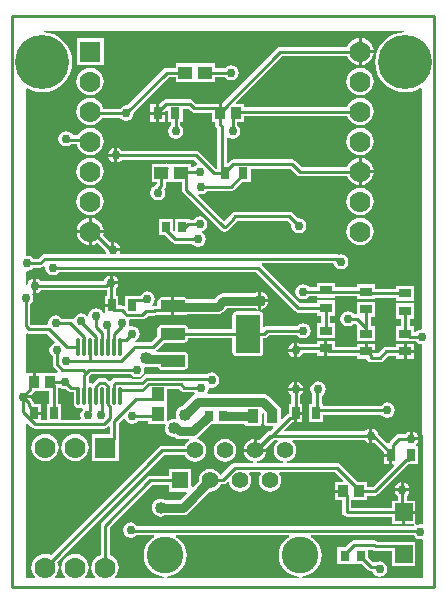
<source format=gtl>
G04*
G04 #@! TF.GenerationSoftware,Altium Limited,Altium Designer,19.1.8 (144)*
G04*
G04 Layer_Physical_Order=1*
G04 Layer_Color=255*
%FSLAX24Y24*%
%MOIN*%
G70*
G01*
G75*
%ADD11C,0.0100*%
%ADD26R,0.0374X0.0276*%
%ADD37R,0.0453X0.0413*%
%ADD38R,0.0256X0.0413*%
%ADD39O,0.0118X0.0650*%
%ADD40R,0.0315X0.0374*%
%ADD41R,0.0276X0.0335*%
%ADD42R,0.0276X0.0354*%
%ADD43R,0.0354X0.0394*%
%ADD44R,0.0413X0.0453*%
G04:AMPARAMS|DCode=45|XSize=128mil|YSize=80.7mil|CornerRadius=2mil|HoleSize=0mil|Usage=FLASHONLY|Rotation=90.000|XOffset=0mil|YOffset=0mil|HoleType=Round|Shape=RoundedRectangle|*
%AMROUNDEDRECTD45*
21,1,0.1280,0.0767,0,0,90.0*
21,1,0.1239,0.0807,0,0,90.0*
1,1,0.0040,0.0383,0.0620*
1,1,0.0040,0.0383,-0.0620*
1,1,0.0040,-0.0383,-0.0620*
1,1,0.0040,-0.0383,0.0620*
%
%ADD45ROUNDEDRECTD45*%
G04:AMPARAMS|DCode=46|XSize=39.4mil|YSize=80.7mil|CornerRadius=2mil|HoleSize=0mil|Usage=FLASHONLY|Rotation=90.000|XOffset=0mil|YOffset=0mil|HoleType=Round|Shape=RoundedRectangle|*
%AMROUNDEDRECTD46*
21,1,0.0394,0.0768,0,0,90.0*
21,1,0.0354,0.0807,0,0,90.0*
1,1,0.0039,0.0384,0.0177*
1,1,0.0039,0.0384,-0.0177*
1,1,0.0039,-0.0384,-0.0177*
1,1,0.0039,-0.0384,0.0177*
%
%ADD46ROUNDEDRECTD46*%
%ADD47R,0.0591X0.0591*%
%ADD48R,0.0394X0.0315*%
%ADD49R,0.0315X0.0394*%
%ADD50C,0.0300*%
%ADD51R,0.0374X0.0472*%
%ADD52C,0.1220*%
%ADD53C,0.0551*%
%ADD54R,0.0551X0.0551*%
%ADD55R,0.0700X0.0700*%
%ADD56C,0.0700*%
%ADD57C,0.1800*%
%ADD58R,0.0700X0.0700*%
%ADD59C,0.0300*%
%ADD60C,0.0400*%
G36*
X23051Y28500D02*
X22904Y28486D01*
X22715Y28428D01*
X22542Y28335D01*
X22389Y28211D01*
X22265Y28058D01*
X22172Y27885D01*
X22114Y27696D01*
X22095Y27500D01*
X22114Y27304D01*
X22172Y27115D01*
X22265Y26942D01*
X22389Y26789D01*
X22542Y26665D01*
X22715Y26572D01*
X22904Y26514D01*
X23100Y26495D01*
X23296Y26514D01*
X23485Y26572D01*
X23612Y26640D01*
X23655Y26614D01*
X23677Y18627D01*
X23650Y18605D01*
X23552Y18585D01*
X23470Y18530D01*
X23452Y18503D01*
X23397D01*
Y18703D01*
X23253D01*
Y18947D01*
X23397D01*
Y19462D01*
X22803D01*
Y18947D01*
X22947D01*
Y18703D01*
X22803D01*
Y18188D01*
X23397D01*
Y18197D01*
X23452D01*
X23470Y18170D01*
X23552Y18115D01*
X23650Y18095D01*
X23679Y18072D01*
X23695Y12125D01*
X23656Y12094D01*
X23600Y12105D01*
X23502Y12085D01*
X23488Y12076D01*
X23445Y12107D01*
Y12439D01*
X23100D01*
Y12094D01*
X23383D01*
X23407Y12044D01*
X23393Y12028D01*
X14165D01*
X14130Y12080D01*
X14048Y12135D01*
X13950Y12155D01*
X13852Y12135D01*
X13770Y12080D01*
X13714Y11998D01*
X13695Y11900D01*
X13714Y11802D01*
X13770Y11720D01*
X13852Y11665D01*
X13950Y11645D01*
X14048Y11665D01*
X14130Y11720D01*
X14132Y11722D01*
X14728D01*
X14740Y11672D01*
X14704Y11652D01*
X14595Y11564D01*
X14507Y11456D01*
X14441Y11332D01*
X14400Y11198D01*
X14386Y11059D01*
X14400Y10920D01*
X14441Y10786D01*
X14507Y10663D01*
X14595Y10554D01*
X14704Y10466D01*
X14827Y10400D01*
X14961Y10359D01*
X15053Y10350D01*
X15051Y10300D01*
X13462D01*
X13437Y10350D01*
X13493Y10423D01*
X13538Y10533D01*
X13554Y10650D01*
X13538Y10767D01*
X13493Y10877D01*
X13421Y10971D01*
X13327Y11043D01*
X13253Y11074D01*
Y11987D01*
X14672Y13406D01*
X15224D01*
Y13183D01*
X15799D01*
X15818Y13137D01*
X15585Y12905D01*
X15111D01*
X15101Y12912D01*
X15028Y12942D01*
X14950Y12953D01*
X14872Y12942D01*
X14799Y12912D01*
X14736Y12864D01*
X14688Y12801D01*
X14658Y12728D01*
X14647Y12650D01*
X14658Y12572D01*
X14688Y12499D01*
X14736Y12436D01*
X14799Y12388D01*
X14872Y12358D01*
X14950Y12347D01*
X15028Y12358D01*
X15101Y12388D01*
X15111Y12395D01*
X15691D01*
X15788Y12414D01*
X15871Y12470D01*
X16584Y13182D01*
X16600Y13180D01*
X16698Y13193D01*
X16789Y13231D01*
X16868Y13291D01*
X16928Y13370D01*
X16955Y13434D01*
X17026D01*
X17084Y13445D01*
X17134Y13478D01*
X17176Y13520D01*
X17229Y13503D01*
X17234Y13461D01*
X17272Y13370D01*
X17332Y13291D01*
X17411Y13231D01*
X17502Y13193D01*
X17600Y13180D01*
X17698Y13193D01*
X17789Y13231D01*
X17868Y13291D01*
X17928Y13370D01*
X17966Y13461D01*
X17979Y13559D01*
X17966Y13657D01*
X17928Y13748D01*
X17903Y13782D01*
X17927Y13832D01*
X18273D01*
X18297Y13782D01*
X18272Y13748D01*
X18234Y13657D01*
X18221Y13559D01*
X18234Y13461D01*
X18272Y13370D01*
X18332Y13291D01*
X18411Y13231D01*
X18502Y13193D01*
X18600Y13180D01*
X18698Y13193D01*
X18789Y13231D01*
X18868Y13291D01*
X18928Y13370D01*
X18966Y13461D01*
X18979Y13559D01*
X18966Y13657D01*
X18928Y13748D01*
X18903Y13782D01*
X18927Y13832D01*
X20757D01*
X21046Y13543D01*
X21027Y13497D01*
X20757D01*
Y13250D01*
X21034D01*
Y13150D01*
X20757D01*
Y12903D01*
X20997D01*
Y12500D01*
X21009Y12441D01*
X21042Y12392D01*
X21091Y12359D01*
X21150Y12347D01*
X22655D01*
Y12094D01*
X23000D01*
Y12489D01*
X23050D01*
Y12539D01*
X23445D01*
Y12884D01*
X23153D01*
Y13052D01*
X23180Y13070D01*
X23235Y13152D01*
X23245Y13200D01*
X22755D01*
X22764Y13152D01*
X22820Y13070D01*
X22847Y13052D01*
Y12884D01*
X22655D01*
Y12653D01*
X21303D01*
Y12903D01*
X21843D01*
Y13047D01*
X22085D01*
X22143Y13059D01*
X22193Y13092D01*
X23191Y14090D01*
X23207D01*
X23221Y14093D01*
X23513D01*
Y14707D01*
X23476D01*
X23461Y14757D01*
X23480Y14770D01*
X23535Y14852D01*
X23545Y14900D01*
X23300D01*
Y14950D01*
X23250D01*
Y15195D01*
X23202Y15186D01*
X23120Y15130D01*
X23102Y15103D01*
X22900D01*
X22841Y15091D01*
X22792Y15058D01*
X22585Y14851D01*
X22563Y14818D01*
X22506Y14805D01*
X22191Y15119D01*
X22185Y15148D01*
X22130Y15230D01*
X22048Y15286D01*
X22000Y15295D01*
Y15050D01*
Y14805D01*
X22048Y14814D01*
X22057Y14821D01*
X22387Y14490D01*
Y14450D01*
X22615D01*
Y14400D01*
X22665D01*
Y14093D01*
X22696D01*
X22715Y14047D01*
X22021Y13353D01*
X21843D01*
Y13497D01*
X21525D01*
X20929Y14093D01*
X20879Y14126D01*
X20820Y14138D01*
X19159D01*
X19156Y14188D01*
X19198Y14193D01*
X19289Y14231D01*
X19368Y14291D01*
X19428Y14370D01*
X19466Y14461D01*
X19479Y14559D01*
X19466Y14657D01*
X19428Y14748D01*
X19368Y14827D01*
X19342Y14847D01*
X19359Y14897D01*
X21752D01*
X21770Y14870D01*
X21852Y14814D01*
X21900Y14805D01*
Y15050D01*
Y15295D01*
X21852Y15286D01*
X21770Y15230D01*
X21752Y15203D01*
X19095D01*
X19076Y15249D01*
X19317Y15490D01*
X19372D01*
X19387Y15493D01*
X19400D01*
Y15800D01*
X19450D01*
Y15850D01*
X19678D01*
Y16107D01*
X19603D01*
Y16402D01*
X19630Y16420D01*
X19685Y16502D01*
X19695Y16550D01*
X19205D01*
X19215Y16502D01*
X19270Y16420D01*
X19297Y16402D01*
Y16107D01*
X19222D01*
Y15790D01*
X19195Y15785D01*
X19145Y15751D01*
X19010Y15616D01*
X18964Y15635D01*
Y15936D01*
X18956Y15975D01*
X18934Y16008D01*
X18901Y16030D01*
X18867Y16037D01*
X18855Y16055D01*
X18544Y16366D01*
X18461Y16422D01*
X18364Y16441D01*
X16521D01*
X16495Y16491D01*
X16536Y16552D01*
X16549Y16618D01*
X16555Y16650D01*
X16603Y16654D01*
X16650Y16645D01*
X16748Y16665D01*
X16830Y16720D01*
X16885Y16802D01*
X16905Y16900D01*
X16885Y16998D01*
X16830Y17080D01*
X16748Y17135D01*
X16650Y17155D01*
X16552Y17135D01*
X16486Y17091D01*
X16483D01*
X16483Y17091D01*
X16424Y17103D01*
X14501D01*
X14442Y17091D01*
X14392Y17058D01*
X14277Y16943D01*
X14006D01*
X13982Y16959D01*
X13924Y16971D01*
X13454D01*
X13396Y16959D01*
X13346Y16926D01*
X13288Y16868D01*
X13239Y16864D01*
X13177Y16926D01*
X13127Y16959D01*
X13068Y16971D01*
X12928D01*
X12870Y16959D01*
X12820Y16926D01*
X12697Y16803D01*
X12686Y16786D01*
X12667Y16799D01*
X12605Y16811D01*
X12599Y16810D01*
X12561Y16842D01*
Y17019D01*
X12639Y17097D01*
X13952D01*
X13970Y17070D01*
X14052Y17014D01*
X14150Y16995D01*
X14248Y17014D01*
X14330Y17070D01*
X14385Y17152D01*
X14405Y17250D01*
X14394Y17304D01*
X14436Y17349D01*
X14450Y17347D01*
X14485Y17352D01*
X14563Y17336D01*
X14850D01*
X14853Y17321D01*
X14880Y17281D01*
X14919Y17255D01*
X14966Y17245D01*
X15734D01*
X15781Y17255D01*
X15820Y17281D01*
X15847Y17321D01*
X15856Y17367D01*
Y17722D01*
X15847Y17768D01*
X15820Y17808D01*
X15781Y17834D01*
X15734Y17844D01*
X15316D01*
X15303Y17846D01*
X14815D01*
X14800Y17896D01*
X14818Y17908D01*
X15060Y18151D01*
X15734D01*
X15781Y18160D01*
X15820Y18187D01*
X15847Y18226D01*
X15856Y18273D01*
Y18297D01*
X17344D01*
Y17830D01*
X17353Y17784D01*
X17380Y17744D01*
X17420Y17717D01*
X17467Y17708D01*
X18233D01*
X18280Y17717D01*
X18320Y17744D01*
X18347Y17784D01*
X18356Y17830D01*
Y18297D01*
X18404D01*
X18462Y18309D01*
X18512Y18342D01*
X18567Y18397D01*
X19502D01*
X19520Y18370D01*
X19602Y18314D01*
X19700Y18295D01*
X19798Y18314D01*
X19880Y18370D01*
X19935Y18452D01*
X19955Y18550D01*
X19935Y18648D01*
X19880Y18730D01*
X19798Y18786D01*
X19700Y18805D01*
X19602Y18786D01*
X19520Y18730D01*
X19502Y18703D01*
X18504D01*
X18445Y18691D01*
X18406Y18665D01*
X18356Y18682D01*
Y19070D01*
X18347Y19116D01*
X18320Y19156D01*
X18280Y19183D01*
X18233Y19192D01*
X17467D01*
X17420Y19183D01*
X17380Y19156D01*
X17353Y19116D01*
X17344Y19070D01*
Y18603D01*
X15856D01*
Y18627D01*
X15847Y18674D01*
X15820Y18713D01*
X15781Y18740D01*
X15734Y18749D01*
X14966D01*
X14919Y18740D01*
X14880Y18713D01*
X14853Y18674D01*
X14844Y18627D01*
Y18367D01*
X14647Y18170D01*
X14113D01*
X14107Y18188D01*
X14105Y18220D01*
X14180Y18270D01*
X14236Y18352D01*
X14255Y18450D01*
X14236Y18548D01*
X14180Y18630D01*
X14098Y18685D01*
X14000Y18705D01*
X13934Y18692D01*
X13892Y18734D01*
X13905Y18800D01*
X13889Y18880D01*
X13919Y18930D01*
X14341D01*
X14400Y18942D01*
X14449Y18975D01*
X14521Y19047D01*
X14723D01*
X14781Y19059D01*
X14806Y19075D01*
X14905D01*
X14919Y19066D01*
X14966Y19056D01*
X15300D01*
Y19356D01*
Y19655D01*
X14966D01*
X14919Y19645D01*
X14880Y19619D01*
X14853Y19579D01*
X14844Y19533D01*
Y19381D01*
X14751D01*
X14693Y19370D01*
X14669Y19412D01*
X14680Y19420D01*
X14735Y19502D01*
X14755Y19600D01*
X14735Y19698D01*
X14680Y19780D01*
X14598Y19835D01*
X14500Y19855D01*
X14402Y19835D01*
X14320Y19780D01*
X14273Y19710D01*
X14063D01*
X14048Y19707D01*
X13757D01*
Y19411D01*
X13715Y19385D01*
X13707Y19385D01*
X13651Y19396D01*
X13543D01*
Y19707D01*
X13461D01*
Y19957D01*
X13480Y19970D01*
X13535Y20052D01*
X13545Y20100D01*
X13300D01*
Y20150D01*
X13250D01*
Y20395D01*
X13202Y20385D01*
X13120Y20330D01*
X13065Y20248D01*
X13056Y20203D01*
X10948D01*
X10930Y20230D01*
X10848Y20285D01*
X10800Y20295D01*
Y20050D01*
Y19805D01*
X10848Y19814D01*
X10930Y19870D01*
X10948Y19897D01*
X13146D01*
X13155Y19890D01*
Y19707D01*
X13087D01*
Y19450D01*
X13315D01*
Y19350D01*
X13087D01*
Y19143D01*
X13037Y19138D01*
X13036Y19148D01*
X12980Y19230D01*
X12898Y19286D01*
X12800Y19305D01*
X12702Y19286D01*
X12620Y19230D01*
X12565Y19148D01*
X12545Y19050D01*
X12547Y19040D01*
X12500Y19021D01*
X12480Y19050D01*
X12398Y19105D01*
X12300Y19125D01*
X12202Y19105D01*
X12120Y19050D01*
X12064Y18967D01*
X12062Y18954D01*
X12006Y18931D01*
X11991Y18941D01*
X11933Y18953D01*
X11648D01*
X11630Y18980D01*
X11548Y19036D01*
X11450Y19055D01*
X11352Y19036D01*
X11270Y18980D01*
X11214Y18898D01*
X11195Y18800D01*
X11197Y18792D01*
X11165Y18753D01*
X10613D01*
X10603Y18763D01*
Y19452D01*
X10630Y19470D01*
X10685Y19552D01*
X10705Y19650D01*
X10685Y19748D01*
X10678Y19758D01*
X10700Y19791D01*
Y20050D01*
Y20295D01*
X10652Y20285D01*
X10570Y20230D01*
X10515Y20148D01*
X10500Y20075D01*
X10450Y20080D01*
Y20516D01*
X10489Y20547D01*
X10500Y20545D01*
X10598Y20564D01*
X10680Y20620D01*
X10698Y20647D01*
X10939D01*
X10998Y20659D01*
X11047Y20692D01*
X11054Y20698D01*
X11100Y20674D01*
X11095Y20650D01*
X11114Y20552D01*
X11170Y20470D01*
X11252Y20415D01*
X11350Y20395D01*
X11448Y20415D01*
X11530Y20470D01*
X11548Y20497D01*
X18137D01*
X19437Y19197D01*
X19487Y19163D01*
X19545Y19152D01*
X20153D01*
Y19047D01*
X20297D01*
Y18803D01*
X20153D01*
Y18288D01*
X20747D01*
Y18803D01*
X20603D01*
Y19047D01*
X20747D01*
Y19562D01*
X20153D01*
Y19458D01*
X19609D01*
X18319Y20747D01*
X18333Y20791D01*
X18338Y20797D01*
X20706D01*
X20714Y20752D01*
X20770Y20670D01*
X20852Y20615D01*
X20950Y20595D01*
X21048Y20615D01*
X21130Y20670D01*
X21186Y20752D01*
X21205Y20850D01*
X21186Y20948D01*
X21130Y21030D01*
X21048Y21086D01*
X20950Y21105D01*
X20861Y21087D01*
X20854Y21091D01*
X20796Y21103D01*
X13605D01*
X13582Y21147D01*
X13585Y21152D01*
X13595Y21200D01*
X13350D01*
Y21250D01*
X13300D01*
Y21495D01*
X13273Y21490D01*
X13036Y21726D01*
X13038Y21733D01*
X13047Y21800D01*
X12650D01*
Y21403D01*
X12717Y21412D01*
X12827Y21457D01*
X12853Y21477D01*
X13099Y21231D01*
X13115Y21152D01*
X13118Y21147D01*
X13095Y21103D01*
X11089D01*
X11031Y21091D01*
X10981Y21058D01*
X10876Y20953D01*
X10698D01*
X10680Y20980D01*
X10598Y21035D01*
X10500Y21055D01*
X10489Y21053D01*
X10450Y21084D01*
Y26611D01*
X10493Y26637D01*
X10615Y26572D01*
X10804Y26514D01*
X11000Y26495D01*
X11196Y26514D01*
X11385Y26572D01*
X11558Y26665D01*
X11711Y26789D01*
X11835Y26942D01*
X11928Y27115D01*
X11986Y27304D01*
X12005Y27500D01*
X11986Y27696D01*
X11928Y27885D01*
X11835Y28058D01*
X11711Y28211D01*
X11558Y28335D01*
X11385Y28428D01*
X11196Y28486D01*
X11049Y28500D01*
X11052Y28550D01*
X23048D01*
X23051Y28500D01*
D02*
G37*
G36*
X10550Y18447D02*
X11161D01*
X11423Y18185D01*
X11409Y18137D01*
X11402Y18135D01*
X11320Y18080D01*
X11264Y17998D01*
X11245Y17900D01*
X11264Y17802D01*
X11320Y17720D01*
X11347Y17702D01*
Y17426D01*
X11359Y17367D01*
X11392Y17318D01*
X11513Y17197D01*
X11492Y17147D01*
X10784D01*
Y16850D01*
X10684D01*
Y17147D01*
X10457D01*
X10450Y17194D01*
Y18431D01*
X10500Y18457D01*
X10550Y18447D01*
D02*
G37*
G36*
X15638Y16542D02*
X15687Y16509D01*
X15746Y16497D01*
X16072D01*
X16091Y16473D01*
X16090Y16458D01*
X16078Y16415D01*
X16006Y16366D01*
X15683Y16044D01*
X15672Y16042D01*
X15599Y16012D01*
X15536Y15964D01*
X15488Y15901D01*
X15458Y15828D01*
X15447Y15750D01*
X15458Y15672D01*
X15469Y15644D01*
X15434Y15598D01*
X15400Y15603D01*
X15322Y15592D01*
X15249Y15562D01*
X15207Y15530D01*
X15157Y15554D01*
Y16092D01*
X15157Y16092D01*
Y16108D01*
X15157D01*
X15157Y16142D01*
Y16618D01*
X15562D01*
X15638Y16542D01*
D02*
G37*
G36*
X11652Y16615D02*
X11750Y16595D01*
X11806Y16606D01*
X11868Y16544D01*
X11918Y16511D01*
X11976Y16499D01*
X12049D01*
Y16117D01*
X12061Y16055D01*
X12096Y16003D01*
X12149Y15968D01*
X12211Y15955D01*
X12273Y15968D01*
X12303Y15988D01*
X12346Y15964D01*
X12355Y15915D01*
X12354Y15914D01*
X12298Y15831D01*
X12279Y15734D01*
X12298Y15636D01*
X12302Y15631D01*
X12278Y15587D01*
X11628D01*
Y16107D01*
X11546D01*
Y16626D01*
X11596Y16652D01*
X11652Y16615D01*
D02*
G37*
G36*
X11240Y16107D02*
X11172D01*
Y15587D01*
X10959D01*
Y15750D01*
X10731D01*
Y15850D01*
X10959D01*
Y16107D01*
X10719D01*
X10715Y16111D01*
Y16138D01*
X10703Y16196D01*
X10670Y16246D01*
X10616Y16300D01*
X10350D01*
Y16400D01*
X10616D01*
X10715Y16499D01*
X10748Y16549D01*
X10749Y16553D01*
X11240D01*
Y16107D01*
D02*
G37*
G36*
X18386Y15789D02*
Y15464D01*
X18394Y15425D01*
X18416Y15392D01*
X18449Y15370D01*
X18488Y15362D01*
X18690D01*
X18709Y15316D01*
X18597Y15203D01*
X18591D01*
X18532Y15191D01*
X18483Y15158D01*
X18235Y14910D01*
X18198Y14925D01*
X18150Y14931D01*
Y14609D01*
X18472D01*
X18468Y14642D01*
X18724Y14897D01*
X18841D01*
X18858Y14847D01*
X18832Y14827D01*
X18772Y14748D01*
X18734Y14657D01*
X18721Y14559D01*
X18734Y14461D01*
X18772Y14370D01*
X18832Y14291D01*
X18911Y14231D01*
X19002Y14193D01*
X19044Y14188D01*
X19041Y14138D01*
X18159D01*
X18156Y14188D01*
X18198Y14193D01*
X18289Y14231D01*
X18368Y14291D01*
X18428Y14370D01*
X18466Y14461D01*
X18472Y14509D01*
X17728D01*
X17734Y14461D01*
X17772Y14370D01*
X17832Y14291D01*
X17911Y14231D01*
X18002Y14193D01*
X18044Y14188D01*
X18041Y14138D01*
X17424D01*
X17365Y14126D01*
X17316Y14093D01*
X16978Y13755D01*
X16964Y13753D01*
X16920Y13759D01*
X16868Y13827D01*
X16789Y13887D01*
X16698Y13925D01*
X16600Y13938D01*
X16502Y13925D01*
X16411Y13887D01*
X16332Y13827D01*
X16272Y13748D01*
X16234Y13657D01*
X16221Y13559D01*
X16223Y13543D01*
X16022Y13341D01*
X15976Y13360D01*
Y13935D01*
X15224D01*
Y13712D01*
X14609D01*
X14551Y13700D01*
X14501Y13667D01*
X12992Y12158D01*
X12959Y12109D01*
X12947Y12050D01*
Y11074D01*
X12873Y11043D01*
X12779Y10971D01*
X12707Y10877D01*
X12662Y10767D01*
X12646Y10650D01*
X12662Y10533D01*
X12707Y10423D01*
X12763Y10350D01*
X12738Y10300D01*
X12462D01*
X12437Y10350D01*
X12493Y10423D01*
X12538Y10533D01*
X12554Y10650D01*
X12538Y10767D01*
X12493Y10877D01*
X12421Y10971D01*
X12327Y11043D01*
X12217Y11088D01*
X12100Y11104D01*
X11983Y11088D01*
X11873Y11043D01*
X11779Y10971D01*
X11707Y10877D01*
X11662Y10767D01*
X11646Y10650D01*
X11662Y10533D01*
X11707Y10423D01*
X11763Y10350D01*
X11738Y10300D01*
X11462D01*
X11437Y10350D01*
X11493Y10423D01*
X11538Y10533D01*
X11554Y10650D01*
X11538Y10767D01*
X11508Y10841D01*
X15072Y14406D01*
X15757D01*
X15772Y14370D01*
X15832Y14291D01*
X15911Y14231D01*
X16002Y14193D01*
X16100Y14180D01*
X16198Y14193D01*
X16289Y14231D01*
X16368Y14291D01*
X16428Y14370D01*
X16466Y14461D01*
X16479Y14559D01*
X16466Y14657D01*
X16428Y14748D01*
X16368Y14827D01*
X16289Y14887D01*
X16198Y14925D01*
X16182Y14927D01*
X16169Y14979D01*
X16213Y15008D01*
X16637Y15433D01*
X16792D01*
Y15433D01*
X16808D01*
Y15433D01*
X17284D01*
Y15445D01*
X17740D01*
X17744Y15425D01*
X17766Y15392D01*
X17799Y15370D01*
X17838Y15362D01*
X18212D01*
X18251Y15370D01*
X18284Y15392D01*
X18306Y15425D01*
X18314Y15464D01*
Y15782D01*
X18364Y15806D01*
X18386Y15789D01*
D02*
G37*
G36*
X13763Y15609D02*
X13764Y15602D01*
X13820Y15520D01*
X13902Y15465D01*
X14000Y15445D01*
X14098Y15465D01*
X14180Y15520D01*
X14198Y15547D01*
X14543D01*
Y15439D01*
X15088D01*
X15116Y15397D01*
X15108Y15378D01*
X15097Y15300D01*
X15108Y15222D01*
X15138Y15149D01*
X15186Y15086D01*
X15249Y15038D01*
X15322Y15008D01*
X15400Y14997D01*
X15420Y15000D01*
X15491Y14953D01*
X15588Y14933D01*
X15892D01*
X15905Y14900D01*
X15906Y14883D01*
X15832Y14827D01*
X15772Y14748D01*
X15757Y14712D01*
X15009D01*
X14951Y14700D01*
X14901Y14667D01*
X11291Y11058D01*
X11217Y11088D01*
X11100Y11104D01*
X10983Y11088D01*
X10873Y11043D01*
X10779Y10971D01*
X10707Y10877D01*
X10662Y10767D01*
X10646Y10650D01*
X10662Y10533D01*
X10707Y10423D01*
X10763Y10350D01*
X10738Y10300D01*
X10500D01*
X10450Y10350D01*
Y15452D01*
X10496Y15471D01*
X10642Y15326D01*
X10691Y15293D01*
X10750Y15281D01*
X13058D01*
X13117Y15293D01*
X13166Y15326D01*
X13201Y15360D01*
X13247Y15341D01*
Y15100D01*
X12650D01*
Y14200D01*
X13550D01*
Y14935D01*
X13553Y14950D01*
Y15461D01*
X13715Y15623D01*
X13763Y15609D01*
D02*
G37*
G36*
X23420Y11670D02*
X23502Y11615D01*
X23600Y11595D01*
X23658Y11607D01*
X23697Y11575D01*
X23700Y10335D01*
X23665Y10300D01*
X22287D01*
X22275Y10345D01*
X22275Y10345D01*
X22319Y10359D01*
X22348Y10365D01*
X22430Y10420D01*
X22485Y10502D01*
X22505Y10600D01*
X22485Y10698D01*
X22430Y10780D01*
X22348Y10835D01*
X22250Y10855D01*
X22152Y10835D01*
X22143Y10829D01*
X22043D01*
X21873Y10999D01*
Y11254D01*
X22012D01*
X22017Y11248D01*
X22067Y11215D01*
X22126Y11203D01*
X22655D01*
Y10716D01*
X23445D01*
Y11506D01*
X22819D01*
X22805Y11509D01*
X22189D01*
X22183Y11515D01*
X22134Y11548D01*
X22075Y11560D01*
X21392D01*
X21333Y11548D01*
X21284Y11515D01*
X21106Y11337D01*
X20827D01*
Y10763D01*
X21308D01*
X21342Y10763D01*
Y10763D01*
X21358D01*
Y10763D01*
X21677D01*
X21871Y10568D01*
X21921Y10535D01*
X21979Y10524D01*
X22010D01*
X22015Y10502D01*
X22070Y10420D01*
X22152Y10365D01*
X22181Y10359D01*
X22225Y10345D01*
X22225Y10345D01*
X22213Y10300D01*
X19649D01*
X19647Y10350D01*
X19739Y10359D01*
X19873Y10400D01*
X19996Y10466D01*
X20105Y10554D01*
X20193Y10663D01*
X20259Y10786D01*
X20300Y10920D01*
X20314Y11059D01*
X20300Y11198D01*
X20259Y11332D01*
X20193Y11456D01*
X20105Y11564D01*
X19996Y11652D01*
X19960Y11672D01*
X19972Y11722D01*
X23385D01*
X23420Y11670D01*
D02*
G37*
G36*
X19240Y11672D02*
X19204Y11652D01*
X19095Y11564D01*
X19007Y11456D01*
X18941Y11332D01*
X18900Y11198D01*
X18886Y11059D01*
X18900Y10920D01*
X18941Y10786D01*
X19007Y10663D01*
X19095Y10554D01*
X19204Y10466D01*
X19327Y10400D01*
X19461Y10359D01*
X19553Y10350D01*
X19551Y10300D01*
X15149D01*
X15147Y10350D01*
X15239Y10359D01*
X15373Y10400D01*
X15496Y10466D01*
X15605Y10554D01*
X15693Y10663D01*
X15759Y10786D01*
X15800Y10920D01*
X15814Y11059D01*
X15800Y11198D01*
X15759Y11332D01*
X15693Y11456D01*
X15605Y11564D01*
X15496Y11652D01*
X15460Y11672D01*
X15472Y11722D01*
X19228D01*
X19240Y11672D01*
D02*
G37*
%LPC*%
G36*
X21650Y28297D02*
Y27900D01*
X22047D01*
X22038Y27967D01*
X21993Y28077D01*
X21921Y28171D01*
X21827Y28243D01*
X21717Y28288D01*
X21650Y28297D01*
D02*
G37*
G36*
X22047Y27800D02*
X21650D01*
Y27403D01*
X21717Y27412D01*
X21827Y27457D01*
X21921Y27529D01*
X21993Y27623D01*
X22038Y27733D01*
X22047Y27800D01*
D02*
G37*
G36*
X21550Y28297D02*
X21483Y28288D01*
X21373Y28243D01*
X21279Y28171D01*
X21207Y28077D01*
X21176Y28003D01*
X18945D01*
X18886Y27991D01*
X18837Y27958D01*
X16984Y26106D01*
Y25800D01*
X16884D01*
Y26097D01*
X16843D01*
X16826Y26108D01*
X16768Y26119D01*
X16138D01*
X16043Y26215D01*
X15993Y26248D01*
X15935Y26260D01*
X15122D01*
X15064Y26248D01*
X15014Y26215D01*
X14905Y26106D01*
Y25850D01*
X15112D01*
Y25866D01*
X15138Y25887D01*
X15188Y25864D01*
Y25503D01*
X15297D01*
Y25398D01*
X15270Y25380D01*
X15215Y25298D01*
X15195Y25200D01*
X15215Y25102D01*
X15270Y25020D01*
X15352Y24964D01*
X15450Y24945D01*
X15548Y24964D01*
X15630Y25020D01*
X15685Y25102D01*
X15705Y25200D01*
X15685Y25298D01*
X15630Y25380D01*
X15603Y25398D01*
Y25503D01*
X15703D01*
Y25954D01*
X15871D01*
X15967Y25858D01*
X16017Y25825D01*
X16075Y25814D01*
X16657D01*
Y25503D01*
X16762D01*
Y25433D01*
X16773Y25375D01*
X16806Y25325D01*
X16844Y25287D01*
Y23953D01*
X16788D01*
X16232Y24508D01*
X16183Y24541D01*
X16124Y24553D01*
X13648D01*
X13630Y24580D01*
X13548Y24636D01*
X13500Y24645D01*
Y24400D01*
Y24155D01*
X13548Y24165D01*
X13630Y24220D01*
X13648Y24247D01*
X16061D01*
X16173Y24135D01*
X16159Y24087D01*
X16152Y24086D01*
X16070Y24030D01*
X16052Y24003D01*
X15951D01*
Y24107D01*
X15227D01*
X15210Y24118D01*
X15152Y24129D01*
X15093Y24118D01*
X15077Y24107D01*
X14649D01*
Y23493D01*
X14814D01*
X14819Y23443D01*
X14763Y23388D01*
X14752Y23386D01*
X14670Y23330D01*
X14614Y23248D01*
X14595Y23150D01*
X14614Y23052D01*
X14670Y22970D01*
X14752Y22915D01*
X14850Y22895D01*
X14948Y22915D01*
X15030Y22970D01*
X15086Y23052D01*
X15105Y23150D01*
X15086Y23248D01*
X15074Y23265D01*
X15083Y23275D01*
X15116Y23325D01*
X15128Y23383D01*
Y23493D01*
X15648D01*
Y23254D01*
X15660Y23196D01*
X15693Y23146D01*
X16947Y21892D01*
X16997Y21859D01*
X17056Y21847D01*
X17095D01*
X17153Y21859D01*
X17203Y21892D01*
X17457Y22145D01*
X17487Y22191D01*
X17500Y22204D01*
X19180D01*
X19302Y22082D01*
X19295Y22050D01*
X19315Y21952D01*
X19370Y21870D01*
X19452Y21814D01*
X19550Y21795D01*
X19648Y21814D01*
X19730Y21870D01*
X19785Y21952D01*
X19805Y22050D01*
X19785Y22148D01*
X19730Y22230D01*
X19648Y22285D01*
X19550Y22305D01*
X19518Y22298D01*
X19351Y22465D01*
X19302Y22498D01*
X19243Y22510D01*
X17436D01*
X17378Y22498D01*
X17328Y22465D01*
X17240Y22377D01*
X17210Y22331D01*
X17075Y22197D01*
X16210Y23062D01*
X16234Y23108D01*
X16300Y23095D01*
X16398Y23115D01*
X16480Y23170D01*
X16498Y23197D01*
X17285D01*
X17343Y23209D01*
X17393Y23242D01*
X17654Y23503D01*
X17953D01*
Y23954D01*
X19273D01*
X19485Y23742D01*
X19535Y23709D01*
X19593Y23697D01*
X21176D01*
X21207Y23623D01*
X21279Y23529D01*
X21373Y23457D01*
X21483Y23412D01*
X21550Y23403D01*
Y23850D01*
Y24297D01*
X21483Y24288D01*
X21373Y24243D01*
X21279Y24171D01*
X21207Y24077D01*
X21176Y24003D01*
X19657D01*
X19445Y24215D01*
X19395Y24248D01*
X19337Y24260D01*
X17372D01*
X17314Y24248D01*
X17264Y24215D01*
X17196Y24147D01*
X17150Y24166D01*
Y24973D01*
X17200Y24999D01*
X17252Y24964D01*
X17350Y24945D01*
X17448Y24964D01*
X17530Y25020D01*
X17586Y25102D01*
X17605Y25200D01*
X17586Y25298D01*
X17530Y25380D01*
X17503Y25398D01*
Y25503D01*
X17743D01*
Y25697D01*
X21176D01*
X21207Y25623D01*
X21279Y25529D01*
X21373Y25457D01*
X21483Y25412D01*
X21600Y25396D01*
X21717Y25412D01*
X21827Y25457D01*
X21921Y25529D01*
X21993Y25623D01*
X22038Y25733D01*
X22054Y25850D01*
X22038Y25967D01*
X21993Y26077D01*
X21921Y26171D01*
X21827Y26243D01*
X21717Y26288D01*
X21600Y26304D01*
X21483Y26288D01*
X21373Y26243D01*
X21279Y26171D01*
X21207Y26077D01*
X21176Y26003D01*
X17743D01*
Y26097D01*
X17473D01*
X17454Y26143D01*
X19008Y27697D01*
X21176D01*
X21207Y27623D01*
X21279Y27529D01*
X21373Y27457D01*
X21483Y27412D01*
X21550Y27403D01*
Y27850D01*
Y28297D01*
D02*
G37*
G36*
X13050Y28300D02*
X12150D01*
Y27400D01*
X13050D01*
Y28300D01*
D02*
G37*
G36*
X16751Y27457D02*
X15449D01*
Y27303D01*
X15150D01*
X15091Y27291D01*
X15042Y27258D01*
X13832Y26048D01*
X13800Y26055D01*
X13702Y26035D01*
X13620Y25980D01*
X13602Y25953D01*
X13040D01*
X13038Y25967D01*
X12993Y26077D01*
X12921Y26171D01*
X12827Y26243D01*
X12717Y26288D01*
X12600Y26304D01*
X12483Y26288D01*
X12373Y26243D01*
X12279Y26171D01*
X12207Y26077D01*
X12162Y25967D01*
X12146Y25850D01*
X12162Y25733D01*
X12207Y25623D01*
X12279Y25529D01*
X12373Y25457D01*
X12483Y25412D01*
X12600Y25396D01*
X12717Y25412D01*
X12827Y25457D01*
X12921Y25529D01*
X12993Y25623D01*
X13003Y25647D01*
X13602D01*
X13620Y25620D01*
X13702Y25564D01*
X13800Y25545D01*
X13898Y25564D01*
X13980Y25620D01*
X14036Y25702D01*
X14055Y25800D01*
X14048Y25832D01*
X15213Y26997D01*
X15449D01*
Y26843D01*
X16751D01*
Y26997D01*
X17102D01*
X17120Y26970D01*
X17202Y26915D01*
X17300Y26895D01*
X17398Y26915D01*
X17480Y26970D01*
X17536Y27052D01*
X17555Y27150D01*
X17536Y27248D01*
X17480Y27330D01*
X17398Y27385D01*
X17300Y27405D01*
X17202Y27385D01*
X17120Y27330D01*
X17102Y27303D01*
X16751D01*
Y27457D01*
D02*
G37*
G36*
X21600Y27304D02*
X21483Y27288D01*
X21373Y27243D01*
X21279Y27171D01*
X21207Y27077D01*
X21162Y26967D01*
X21146Y26850D01*
X21162Y26733D01*
X21207Y26623D01*
X21279Y26529D01*
X21373Y26457D01*
X21483Y26412D01*
X21600Y26396D01*
X21717Y26412D01*
X21827Y26457D01*
X21921Y26529D01*
X21993Y26623D01*
X22038Y26733D01*
X22054Y26850D01*
X22038Y26967D01*
X21993Y27077D01*
X21921Y27171D01*
X21827Y27243D01*
X21717Y27288D01*
X21600Y27304D01*
D02*
G37*
G36*
X12600D02*
X12483Y27288D01*
X12373Y27243D01*
X12279Y27171D01*
X12207Y27077D01*
X12162Y26967D01*
X12146Y26850D01*
X12162Y26733D01*
X12207Y26623D01*
X12279Y26529D01*
X12373Y26457D01*
X12483Y26412D01*
X12600Y26396D01*
X12717Y26412D01*
X12827Y26457D01*
X12921Y26529D01*
X12993Y26623D01*
X13038Y26733D01*
X13054Y26850D01*
X13038Y26967D01*
X12993Y27077D01*
X12921Y27171D01*
X12827Y27243D01*
X12717Y27288D01*
X12600Y27304D01*
D02*
G37*
G36*
X14805Y26097D02*
X14597D01*
Y25850D01*
X14805D01*
Y26097D01*
D02*
G37*
G36*
X15112Y25750D02*
X14905D01*
Y25503D01*
X15112D01*
Y25750D01*
D02*
G37*
G36*
X14805D02*
X14597D01*
Y25503D01*
X14805D01*
Y25750D01*
D02*
G37*
G36*
X12600Y25304D02*
X12483Y25288D01*
X12373Y25243D01*
X12279Y25171D01*
X12207Y25077D01*
X12202Y25065D01*
X12024D01*
X11980Y25130D01*
X11898Y25185D01*
X11800Y25205D01*
X11702Y25185D01*
X11620Y25130D01*
X11565Y25048D01*
X11545Y24950D01*
X11565Y24852D01*
X11620Y24770D01*
X11702Y24715D01*
X11800Y24695D01*
X11898Y24715D01*
X11964Y24759D01*
X12158D01*
X12162Y24733D01*
X12207Y24623D01*
X12279Y24529D01*
X12373Y24457D01*
X12483Y24412D01*
X12600Y24396D01*
X12717Y24412D01*
X12827Y24457D01*
X12921Y24529D01*
X12993Y24623D01*
X13038Y24733D01*
X13054Y24850D01*
X13038Y24967D01*
X12993Y25077D01*
X12921Y25171D01*
X12827Y25243D01*
X12717Y25288D01*
X12600Y25304D01*
D02*
G37*
G36*
X13400Y24645D02*
X13352Y24636D01*
X13270Y24580D01*
X13214Y24498D01*
X13205Y24450D01*
X13400D01*
Y24645D01*
D02*
G37*
G36*
X21600Y25304D02*
X21483Y25288D01*
X21373Y25243D01*
X21279Y25171D01*
X21207Y25077D01*
X21162Y24967D01*
X21146Y24850D01*
X21162Y24733D01*
X21207Y24623D01*
X21279Y24529D01*
X21373Y24457D01*
X21483Y24412D01*
X21600Y24396D01*
X21717Y24412D01*
X21827Y24457D01*
X21921Y24529D01*
X21993Y24623D01*
X22038Y24733D01*
X22054Y24850D01*
X22038Y24967D01*
X21993Y25077D01*
X21921Y25171D01*
X21827Y25243D01*
X21717Y25288D01*
X21600Y25304D01*
D02*
G37*
G36*
X13400Y24350D02*
X13205D01*
X13214Y24302D01*
X13270Y24220D01*
X13352Y24165D01*
X13400Y24155D01*
Y24350D01*
D02*
G37*
G36*
X21650Y24297D02*
Y23900D01*
X22047D01*
X22038Y23967D01*
X21993Y24077D01*
X21921Y24171D01*
X21827Y24243D01*
X21717Y24288D01*
X21650Y24297D01*
D02*
G37*
G36*
X22047Y23800D02*
X21650D01*
Y23403D01*
X21717Y23412D01*
X21827Y23457D01*
X21921Y23529D01*
X21993Y23623D01*
X22038Y23733D01*
X22047Y23800D01*
D02*
G37*
G36*
X12600Y24304D02*
X12483Y24288D01*
X12373Y24243D01*
X12279Y24171D01*
X12207Y24077D01*
X12162Y23967D01*
X12146Y23850D01*
X12162Y23733D01*
X12207Y23623D01*
X12279Y23529D01*
X12373Y23457D01*
X12483Y23412D01*
X12600Y23396D01*
X12717Y23412D01*
X12827Y23457D01*
X12921Y23529D01*
X12993Y23623D01*
X13038Y23733D01*
X13054Y23850D01*
X13038Y23967D01*
X12993Y24077D01*
X12921Y24171D01*
X12827Y24243D01*
X12717Y24288D01*
X12600Y24304D01*
D02*
G37*
G36*
X21600Y23304D02*
X21483Y23288D01*
X21373Y23243D01*
X21279Y23171D01*
X21207Y23077D01*
X21162Y22967D01*
X21146Y22850D01*
X21162Y22733D01*
X21207Y22623D01*
X21279Y22529D01*
X21373Y22457D01*
X21483Y22412D01*
X21600Y22396D01*
X21717Y22412D01*
X21827Y22457D01*
X21921Y22529D01*
X21993Y22623D01*
X22038Y22733D01*
X22054Y22850D01*
X22038Y22967D01*
X21993Y23077D01*
X21921Y23171D01*
X21827Y23243D01*
X21717Y23288D01*
X21600Y23304D01*
D02*
G37*
G36*
X12600D02*
X12483Y23288D01*
X12373Y23243D01*
X12279Y23171D01*
X12207Y23077D01*
X12162Y22967D01*
X12146Y22850D01*
X12162Y22733D01*
X12207Y22623D01*
X12279Y22529D01*
X12373Y22457D01*
X12483Y22412D01*
X12600Y22396D01*
X12717Y22412D01*
X12827Y22457D01*
X12921Y22529D01*
X12993Y22623D01*
X13038Y22733D01*
X13054Y22850D01*
X13038Y22967D01*
X12993Y23077D01*
X12921Y23171D01*
X12827Y23243D01*
X12717Y23288D01*
X12600Y23304D01*
D02*
G37*
G36*
X16250Y22355D02*
X16152Y22336D01*
X16070Y22280D01*
X16052Y22253D01*
X15913D01*
Y22277D01*
X15438D01*
Y21905D01*
X15390Y21884D01*
X15362Y21906D01*
Y22277D01*
X14887D01*
Y21723D01*
X15107D01*
X15338Y21492D01*
X15387Y21459D01*
X15446Y21447D01*
X16002D01*
X16020Y21420D01*
X16102Y21365D01*
X16200Y21345D01*
X16298Y21365D01*
X16380Y21420D01*
X16436Y21502D01*
X16455Y21600D01*
X16436Y21698D01*
X16380Y21780D01*
X16334Y21811D01*
X16345Y21864D01*
X16348Y21865D01*
X16430Y21920D01*
X16486Y22002D01*
X16505Y22100D01*
X16486Y22198D01*
X16430Y22280D01*
X16348Y22336D01*
X16250Y22355D01*
D02*
G37*
G36*
X12650Y22297D02*
Y21900D01*
X13047D01*
X13038Y21967D01*
X12993Y22077D01*
X12921Y22171D01*
X12827Y22243D01*
X12717Y22288D01*
X12650Y22297D01*
D02*
G37*
G36*
X12550D02*
X12483Y22288D01*
X12373Y22243D01*
X12279Y22171D01*
X12207Y22077D01*
X12162Y21967D01*
X12153Y21900D01*
X12550D01*
Y22297D01*
D02*
G37*
G36*
Y21800D02*
X12153D01*
X12162Y21733D01*
X12207Y21623D01*
X12279Y21529D01*
X12373Y21457D01*
X12483Y21412D01*
X12550Y21403D01*
Y21800D01*
D02*
G37*
G36*
X21600Y22304D02*
X21483Y22288D01*
X21373Y22243D01*
X21279Y22171D01*
X21207Y22077D01*
X21162Y21967D01*
X21146Y21850D01*
X21162Y21733D01*
X21207Y21623D01*
X21279Y21529D01*
X21373Y21457D01*
X21483Y21412D01*
X21600Y21396D01*
X21717Y21412D01*
X21827Y21457D01*
X21921Y21529D01*
X21993Y21623D01*
X22038Y21733D01*
X22054Y21850D01*
X22038Y21967D01*
X21993Y22077D01*
X21921Y22171D01*
X21827Y22243D01*
X21717Y22288D01*
X21600Y22304D01*
D02*
G37*
G36*
X13400Y21495D02*
Y21300D01*
X13595D01*
X13585Y21348D01*
X13530Y21430D01*
X13448Y21486D01*
X13400Y21495D01*
D02*
G37*
G36*
X13350Y20395D02*
Y20200D01*
X13545D01*
X13535Y20248D01*
X13480Y20330D01*
X13398Y20385D01*
X13350Y20395D01*
D02*
G37*
G36*
X20747Y20153D02*
X20153D01*
Y20003D01*
X19898D01*
X19880Y20030D01*
X19798Y20085D01*
X19700Y20105D01*
X19602Y20085D01*
X19520Y20030D01*
X19464Y19948D01*
X19445Y19850D01*
X19464Y19752D01*
X19520Y19670D01*
X19602Y19614D01*
X19700Y19595D01*
X19798Y19614D01*
X19880Y19670D01*
X19898Y19697D01*
X20153D01*
Y19638D01*
X20747D01*
Y19692D01*
X21498D01*
Y19588D01*
X22092D01*
Y19642D01*
X22803D01*
Y19538D01*
X23397D01*
Y20053D01*
X22803D01*
Y19948D01*
X22092D01*
Y20103D01*
X21498D01*
Y19998D01*
X20747D01*
Y20153D01*
D02*
G37*
G36*
X18200Y19846D02*
X18172Y19842D01*
X18099Y19812D01*
X18089Y19805D01*
X17044D01*
X16947Y19785D01*
X16864Y19730D01*
X16742Y19608D01*
X15828D01*
X15820Y19619D01*
X15781Y19645D01*
X15734Y19655D01*
X15400D01*
Y19356D01*
Y19056D01*
X15734D01*
X15781Y19066D01*
X15820Y19092D01*
X15824Y19098D01*
X16847D01*
X16945Y19117D01*
X17027Y19173D01*
X17150Y19295D01*
X18089D01*
X18099Y19288D01*
X18172Y19258D01*
X18200Y19254D01*
Y19550D01*
Y19846D01*
D02*
G37*
G36*
X18300D02*
Y19600D01*
X18546D01*
X18542Y19628D01*
X18512Y19701D01*
X18464Y19764D01*
X18401Y19812D01*
X18328Y19842D01*
X18300Y19846D01*
D02*
G37*
G36*
X18546Y19500D02*
X18300D01*
Y19254D01*
X18328Y19258D01*
X18401Y19288D01*
X18464Y19336D01*
X18512Y19399D01*
X18542Y19472D01*
X18546Y19500D01*
D02*
G37*
G36*
X22092Y19512D02*
X21498D01*
Y19103D01*
X21398D01*
X21380Y19130D01*
X21298Y19186D01*
X21200Y19205D01*
X21102Y19186D01*
X21020Y19130D01*
X20965Y19048D01*
X20945Y18950D01*
X20965Y18852D01*
X21020Y18770D01*
X21102Y18714D01*
X21200Y18695D01*
X21298Y18714D01*
X21380Y18770D01*
X21391Y18786D01*
X21444Y18790D01*
X21486Y18747D01*
X21503Y18703D01*
X21503D01*
X21503Y18703D01*
Y18188D01*
X22097D01*
Y18703D01*
X21953D01*
Y18997D01*
X22092D01*
Y19512D01*
D02*
G37*
G36*
X20400Y18212D02*
X20153D01*
Y18108D01*
X19589D01*
X19548Y18135D01*
X19500Y18145D01*
Y17900D01*
Y17655D01*
X19548Y17665D01*
X19630Y17720D01*
X19685Y17802D01*
X20153D01*
Y17697D01*
X20400D01*
Y17955D01*
Y18212D01*
D02*
G37*
G36*
X19400Y18145D02*
X19352Y18135D01*
X19270Y18080D01*
X19215Y17998D01*
X19205Y17950D01*
X19400D01*
Y18145D01*
D02*
G37*
G36*
X23397Y18112D02*
X23150D01*
Y17905D01*
X23397D01*
Y18112D01*
D02*
G37*
G36*
X22097D02*
X21850D01*
Y17905D01*
X22097D01*
Y18112D01*
D02*
G37*
G36*
X19400Y17850D02*
X19205D01*
X19215Y17802D01*
X19270Y17720D01*
X19352Y17665D01*
X19400Y17655D01*
Y17850D01*
D02*
G37*
G36*
X23397Y17805D02*
X23150D01*
Y17597D01*
X23397D01*
Y17805D01*
D02*
G37*
G36*
X20747Y18212D02*
X20500D01*
Y17955D01*
Y17697D01*
X20747D01*
Y17702D01*
X21503D01*
Y17597D01*
X21804D01*
X21806Y17589D01*
X21839Y17539D01*
X21888Y17506D01*
X21947Y17494D01*
X22262D01*
X22321Y17506D01*
X22370Y17539D01*
X22533Y17702D01*
X22803D01*
Y17597D01*
X23050D01*
Y17855D01*
Y18112D01*
X22803D01*
Y18008D01*
X22470D01*
X22411Y17996D01*
X22362Y17963D01*
X22199Y17800D01*
X22097D01*
Y17805D01*
X21800D01*
Y17855D01*
X21750D01*
Y18112D01*
X21503D01*
Y18008D01*
X20747D01*
Y18212D01*
D02*
G37*
G36*
X19500Y16845D02*
Y16650D01*
X19695D01*
X19685Y16698D01*
X19630Y16780D01*
X19548Y16836D01*
X19500Y16845D01*
D02*
G37*
G36*
X19400D02*
X19352Y16836D01*
X19270Y16780D01*
X19215Y16698D01*
X19205Y16650D01*
X19400D01*
Y16845D01*
D02*
G37*
G36*
X20200Y16855D02*
X20102Y16836D01*
X20020Y16780D01*
X19964Y16698D01*
X19945Y16600D01*
X19964Y16502D01*
X20007Y16439D01*
Y16107D01*
X19891D01*
Y15493D01*
X20347D01*
Y15747D01*
X22302D01*
X22320Y15720D01*
X22402Y15664D01*
X22500Y15645D01*
X22598Y15664D01*
X22680Y15720D01*
X22736Y15802D01*
X22755Y15900D01*
X22736Y15998D01*
X22680Y16080D01*
X22598Y16135D01*
X22500Y16155D01*
X22402Y16135D01*
X22320Y16080D01*
X22302Y16053D01*
X20347D01*
Y16107D01*
X20313D01*
Y16375D01*
X20380Y16420D01*
X20436Y16502D01*
X20455Y16600D01*
X20436Y16698D01*
X20380Y16780D01*
X20298Y16836D01*
X20200Y16855D01*
D02*
G37*
G36*
X19678Y15750D02*
X19500D01*
Y15493D01*
X19678D01*
Y15750D01*
D02*
G37*
G36*
X23350Y15195D02*
Y15000D01*
X23545D01*
X23535Y15048D01*
X23480Y15130D01*
X23398Y15186D01*
X23350Y15195D01*
D02*
G37*
G36*
X22565Y14350D02*
X22387D01*
Y14093D01*
X22565D01*
Y14350D01*
D02*
G37*
G36*
X23050Y13495D02*
Y13300D01*
X23245D01*
X23235Y13348D01*
X23180Y13430D01*
X23098Y13485D01*
X23050Y13495D01*
D02*
G37*
G36*
X22950D02*
X22902Y13485D01*
X22820Y13430D01*
X22764Y13348D01*
X22755Y13300D01*
X22950D01*
Y13495D01*
D02*
G37*
G36*
X18050Y14931D02*
X18002Y14925D01*
X17911Y14887D01*
X17832Y14827D01*
X17772Y14748D01*
X17734Y14657D01*
X17728Y14609D01*
X18050D01*
Y14931D01*
D02*
G37*
G36*
X17100Y14938D02*
X17002Y14925D01*
X16911Y14887D01*
X16832Y14827D01*
X16772Y14748D01*
X16734Y14657D01*
X16721Y14559D01*
X16734Y14461D01*
X16772Y14370D01*
X16832Y14291D01*
X16911Y14231D01*
X17002Y14193D01*
X17100Y14180D01*
X17198Y14193D01*
X17289Y14231D01*
X17368Y14291D01*
X17428Y14370D01*
X17466Y14461D01*
X17479Y14559D01*
X17466Y14657D01*
X17428Y14748D01*
X17368Y14827D01*
X17289Y14887D01*
X17198Y14925D01*
X17100Y14938D01*
D02*
G37*
G36*
X12100Y15104D02*
X11983Y15088D01*
X11873Y15043D01*
X11779Y14971D01*
X11707Y14877D01*
X11662Y14767D01*
X11646Y14650D01*
X11662Y14533D01*
X11707Y14423D01*
X11779Y14329D01*
X11873Y14257D01*
X11983Y14212D01*
X12100Y14196D01*
X12217Y14212D01*
X12327Y14257D01*
X12421Y14329D01*
X12493Y14423D01*
X12538Y14533D01*
X12554Y14650D01*
X12538Y14767D01*
X12493Y14877D01*
X12421Y14971D01*
X12327Y15043D01*
X12217Y15088D01*
X12100Y15104D01*
D02*
G37*
G36*
X11100D02*
X10983Y15088D01*
X10873Y15043D01*
X10779Y14971D01*
X10707Y14877D01*
X10662Y14767D01*
X10646Y14650D01*
X10662Y14533D01*
X10707Y14423D01*
X10779Y14329D01*
X10873Y14257D01*
X10983Y14212D01*
X11100Y14196D01*
X11217Y14212D01*
X11327Y14257D01*
X11421Y14329D01*
X11493Y14423D01*
X11538Y14533D01*
X11554Y14650D01*
X11538Y14767D01*
X11493Y14877D01*
X11421Y14971D01*
X11327Y15043D01*
X11217Y15088D01*
X11100Y15104D01*
D02*
G37*
%LPD*%
D11*
X18660Y15050D02*
X19253Y15643D01*
X18169Y14559D02*
X18660Y15050D01*
X21950D01*
X18591D02*
X18660D01*
X18100Y14559D02*
X18591Y15050D01*
X17424Y13985D02*
X20820D01*
X17026Y13587D02*
X17424Y13985D01*
X20820D02*
X21585Y13220D01*
X17350Y25665D02*
X17535Y25850D01*
X16425Y27150D02*
X17300D01*
X12600Y25800D02*
X13800D01*
X15150Y27150D01*
X15775D01*
X13196Y16078D02*
Y16392D01*
X13192Y16387D02*
X13195Y16383D01*
X13192Y16387D02*
Y16695D01*
X13068Y16818D02*
X13192Y16695D01*
X12928Y16818D02*
X13068D01*
X12805Y16695D02*
X12928Y16818D01*
X12805Y16387D02*
Y16695D01*
X12802Y16383D02*
X12805Y16387D01*
X11266Y16850D02*
X11750D01*
X11266D02*
X11393Y16723D01*
Y15807D02*
Y16723D01*
Y15807D02*
X11400Y15800D01*
X10350Y16350D02*
X10607Y16607D01*
Y16723D01*
X10734Y16850D01*
X10350Y15834D02*
X10750Y15434D01*
X10562Y16047D02*
Y16138D01*
Y16047D02*
X10731Y15879D01*
Y15800D02*
Y15879D01*
X10350Y16350D02*
X10562Y16138D01*
X10350Y15834D02*
Y16350D01*
X11500Y17426D02*
Y17900D01*
Y17426D02*
X11676Y17250D01*
X11224Y18600D02*
X11817Y18007D01*
X12211D01*
X10550Y18600D02*
X11224D01*
X22470Y17855D02*
X23100D01*
X16997Y23907D02*
X17173D01*
X21015Y13200D02*
X21150Y13065D01*
X16915Y25820D02*
X18945Y27850D01*
X16915Y25433D02*
Y25820D01*
X15228Y19228D02*
X15353Y19353D01*
X10750Y15434D02*
X13058D01*
X10450Y18700D02*
Y19650D01*
Y18700D02*
X10550Y18600D01*
X13392Y18438D02*
X13650Y18696D01*
Y18800D01*
X13811Y19083D02*
X14341D01*
X13747Y19148D02*
X13811Y19083D01*
X13747Y19148D02*
Y19148D01*
X13651Y19243D02*
X13747Y19148D01*
X13393Y19243D02*
X13651D01*
X13315Y19321D02*
X13393Y19243D01*
X15854Y22100D02*
X16250D01*
X15754Y22000D02*
X15854Y22100D01*
X12300Y18826D02*
Y18870D01*
Y18826D02*
X12798Y18328D01*
X23247Y18350D02*
X23650D01*
X22693Y14743D02*
X22900Y14950D01*
X23300D01*
X22262Y17647D02*
X22470Y17855D01*
X21947Y17647D02*
X22262D01*
X21947D02*
Y17747D01*
X22693Y14478D02*
Y14743D01*
X22615Y14400D02*
X22693Y14478D01*
X11676Y17250D02*
X12376D01*
X12476Y17150D01*
X11450Y18800D02*
X11933D01*
X12404Y18328D01*
Y18020D02*
Y18328D01*
Y18020D02*
X12408Y18017D01*
X12798Y18174D02*
Y18328D01*
Y18174D02*
X12802Y18171D01*
Y18017D02*
Y18171D01*
X12998Y18008D02*
Y18478D01*
X12800Y18676D02*
X12998Y18478D01*
X12800Y18676D02*
Y19050D01*
X12600Y17550D02*
X13627D01*
X11800D02*
X12600D01*
X12604Y17554D01*
X12211Y16393D02*
Y16644D01*
X13627Y17550D02*
X14050Y17973D01*
Y18017D01*
X11750Y16850D02*
X11779D01*
X11976Y16652D01*
X12203D01*
X12211Y16644D01*
X13951Y16790D02*
X14341D01*
X13924Y16818D02*
X13951Y16790D01*
X13454Y16818D02*
X13924D01*
X13396Y16759D02*
X13454Y16818D01*
X13396Y16387D02*
Y16759D01*
X13392Y16383D02*
X13396Y16387D01*
X14341Y16790D02*
X14501Y16950D01*
X12998Y16002D02*
Y16392D01*
X12950Y15750D02*
Y15804D01*
X12998Y15853D01*
Y16383D01*
X13058Y15434D02*
X13250Y15626D01*
Y16024D01*
X17350Y25200D02*
Y25665D01*
X13450Y24400D02*
X16124D01*
X15675Y23850D02*
X16250D01*
X15625Y23800D02*
X15675Y23850D01*
X16124Y24400D02*
X16724Y23800D01*
X17105D01*
X15350Y18450D02*
X17850D01*
X13100Y14650D02*
X13400Y14950D01*
Y15524D01*
X14134Y16258D01*
X14693D01*
X14850Y16415D01*
Y16435D01*
X23000Y12539D02*
X23039Y12500D01*
X23000Y12539D02*
Y13250D01*
X21585Y13200D02*
X22085D01*
X23128Y14243D01*
X23207D01*
X23285Y14321D01*
Y14400D01*
X21585Y13200D02*
Y13220D01*
X16627Y13587D02*
X17026D01*
X16600Y13559D02*
X16627Y13587D01*
X13100Y12050D02*
X14609Y13559D01*
X15600D01*
X13100Y10650D02*
Y12050D01*
X13975Y11875D02*
X23575D01*
X23600Y11850D01*
X13950Y11900D02*
X13975Y11875D01*
X15009Y14559D02*
X16100D01*
X11100Y10650D02*
X15009Y14559D01*
X21800Y18650D02*
Y19250D01*
Y18445D02*
Y18650D01*
X21795Y19255D02*
X21800Y19250D01*
X21500Y18950D02*
X21800Y18650D01*
X21200Y18950D02*
X21500D01*
X20896Y20850D02*
X20950D01*
X20796Y20950D02*
X20896Y20850D01*
X11089Y20950D02*
X20796D01*
X10939Y20800D02*
X11089Y20950D01*
X10500Y20800D02*
X10939D01*
X12408Y17082D02*
X12476Y17150D01*
X12576Y17250D01*
X18200Y20650D02*
X19545Y19305D01*
X20450D01*
X11350Y20650D02*
X18200D01*
X13590Y18233D02*
X13783D01*
X13589Y18232D02*
X13590Y18233D01*
X13589Y18007D02*
Y18232D01*
X13783Y18233D02*
X14000Y18450D01*
X14050Y18017D02*
X14710D01*
X15143Y18450D01*
X15350D01*
X14501Y16950D02*
X16424D01*
X16436Y16938D01*
X16612D01*
X16650Y16900D01*
X12604Y17554D02*
Y18006D01*
X12576Y17250D02*
X14150D01*
X13590Y16569D02*
X14346D01*
X14548Y16771D02*
X15625D01*
X12604Y18006D02*
X12605Y18007D01*
X13246Y20150D02*
X13300D01*
X13146Y20050D02*
X13246Y20150D01*
X10750Y20050D02*
X13146D01*
X23100Y18497D02*
X23247Y18350D01*
X23100Y18497D02*
Y19205D01*
X13195Y16393D02*
X13196Y16392D01*
Y16078D02*
X13250Y16024D01*
X12998Y16392D02*
X12998Y16393D01*
X12605Y15859D02*
Y16393D01*
X12534Y15788D02*
X12605Y15859D01*
Y16393D02*
X12606Y16394D01*
X12534Y15734D02*
X12568Y15768D01*
X15446Y21600D02*
X16200D01*
X15046Y22000D02*
X15446Y21600D01*
X15746Y16650D02*
X16300D01*
X15625Y16771D02*
X15746Y16650D01*
X14346Y16569D02*
X14548Y16771D01*
X13392Y18007D02*
Y18438D01*
X13589Y16569D02*
X13590Y16569D01*
X13195Y18007D02*
Y18705D01*
X12408Y16393D02*
Y17082D01*
X13589Y16393D02*
Y16569D01*
X13150Y18750D02*
X13195Y18705D01*
X12998Y18008D02*
X12998Y18007D01*
X12534Y15734D02*
Y15788D01*
X13392Y16393D02*
Y16618D01*
X14785Y15700D02*
X14850Y15765D01*
X14000Y15700D02*
X14785D01*
X18945Y27850D02*
X21600D01*
X17173Y23907D02*
X17372Y24107D01*
X19337D01*
X19593Y23850D01*
X21600D01*
X15754Y22000D02*
X15754Y22000D01*
X16300Y23350D02*
X17285D01*
X17695Y23761D01*
Y23800D01*
X17535Y25850D02*
X21600D01*
X13296Y21250D02*
X13350D01*
X12696Y21850D02*
X13296Y21250D01*
X12600Y21850D02*
X12696D01*
X11800Y24950D02*
X11838Y24912D01*
X12538D01*
X12600Y24850D01*
X14341Y19083D02*
X14458Y19200D01*
X12600Y27850D02*
X12700Y27750D01*
X13300Y20150D02*
X13308Y20142D01*
Y19408D02*
Y20142D01*
Y19408D02*
X13315Y19400D01*
X14850Y23258D02*
X14975Y23383D01*
X14850Y23150D02*
Y23258D01*
X14975Y23383D02*
Y23800D01*
X15450Y25200D02*
Y25795D01*
X15445Y25800D02*
X15450Y25795D01*
X14855Y25800D02*
Y25839D01*
X15122Y26107D01*
X15935D01*
X16075Y25967D01*
X16768D01*
X16915Y25820D01*
Y25433D02*
X16997Y25351D01*
Y23907D02*
Y25351D01*
Y23907D02*
X17105Y23800D01*
X15801Y23254D02*
X17056Y22000D01*
X15801Y23254D02*
Y23643D01*
X15644Y23800D02*
X15801Y23643D01*
X15625Y23800D02*
X15644D01*
X15152Y23957D02*
Y23976D01*
X14995Y23800D02*
X15152Y23957D01*
X14975Y23800D02*
X14995D01*
X14457Y19557D02*
X14500Y19600D01*
X14063Y19557D02*
X14457D01*
X13985Y19479D02*
X14063Y19557D01*
X13985Y19400D02*
Y19479D01*
X14458Y19200D02*
X14723D01*
X14751Y19228D01*
X15228D01*
X13315Y19321D02*
Y19400D01*
X18504Y18550D02*
X19700D01*
X18404Y18450D02*
X18504Y18550D01*
X17850Y18450D02*
X18404D01*
X18100Y14559D02*
X18169D01*
X19253Y15643D02*
X19372D01*
X19243Y22357D02*
X19550Y22050D01*
X17436Y22357D02*
X19243D01*
X17348Y22269D02*
X17436Y22357D01*
X17348Y22254D02*
Y22269D01*
X17095Y22000D02*
X17348Y22254D01*
X17056Y22000D02*
X17095D01*
X20160Y15862D02*
X20197Y15900D01*
X20160Y15862D02*
Y16560D01*
Y15840D02*
Y15862D01*
Y16560D02*
X20200Y16600D01*
X20119Y15800D02*
X20160Y15840D01*
X20197Y15900D02*
X22500D01*
X22173Y10677D02*
X22250Y10600D01*
X21979Y10677D02*
X22173D01*
X21635Y11020D02*
X21979Y10677D01*
X21635Y11020D02*
Y11050D01*
X21065D02*
Y11080D01*
X21392Y11407D01*
X22075D01*
X22126Y11356D01*
X22805D01*
X23050Y11111D01*
X21150Y12500D02*
X23039D01*
X23050Y12489D01*
X21150Y12500D02*
Y13065D01*
X21839Y17855D02*
X21947Y17747D01*
X21800Y17855D02*
X21839D01*
X21950Y15050D02*
X22044D01*
X22615Y14479D01*
Y14400D02*
Y14479D01*
X19505Y17955D02*
X20450D01*
X19450Y17900D02*
X19505Y17955D01*
X19450Y15800D02*
Y16600D01*
X19700Y19850D02*
X20405D01*
X20450Y19895D01*
Y18545D02*
Y19305D01*
Y19895D02*
X20500Y19845D01*
X21795D01*
X21845Y19795D01*
X23100D01*
X20550Y17855D02*
X21800D01*
X20450Y17955D02*
X20550Y17855D01*
X19450Y15721D02*
Y15800D01*
X19372Y15643D02*
X19450Y15721D01*
X10000Y10000D02*
Y29050D01*
X24050D01*
X24050Y10000D01*
X10000D02*
X24050D01*
D26*
X18675Y15700D02*
D03*
X18025D02*
D03*
D37*
X15775Y27150D02*
D03*
X16425D02*
D03*
X14975Y23800D02*
D03*
X15625D02*
D03*
D38*
X11400Y15800D02*
D03*
X10731D02*
D03*
X13985Y19400D02*
D03*
X13315D02*
D03*
X20119Y15800D02*
D03*
X19450D02*
D03*
X23285Y14400D02*
D03*
X22615D02*
D03*
D39*
X12211Y16383D02*
D03*
X12408D02*
D03*
X12605D02*
D03*
X12802D02*
D03*
X12998D02*
D03*
X13195D02*
D03*
X13392D02*
D03*
X13589D02*
D03*
X12211Y18017D02*
D03*
X12408D02*
D03*
X12605D02*
D03*
X12802D02*
D03*
X12998D02*
D03*
X13195D02*
D03*
X13392D02*
D03*
X13589D02*
D03*
D40*
X21084Y11050D02*
D03*
X21616D02*
D03*
D41*
X16554Y15700D02*
D03*
X17046D02*
D03*
D42*
X15124Y22000D02*
D03*
X15676D02*
D03*
D43*
X17466Y25800D02*
D03*
X16934D02*
D03*
X11266Y16850D02*
D03*
X10734D02*
D03*
X21566Y13200D02*
D03*
X21034D02*
D03*
D44*
X14850Y15765D02*
D03*
Y16435D02*
D03*
D45*
X17850Y18450D02*
D03*
D46*
X15350Y17544D02*
D03*
Y18450D02*
D03*
Y19356D02*
D03*
D47*
X23050Y12489D02*
D03*
Y11111D02*
D03*
D48*
X23100Y19205D02*
D03*
Y19795D02*
D03*
Y17855D02*
D03*
Y18445D02*
D03*
X21795Y19255D02*
D03*
Y19845D02*
D03*
X20450Y19305D02*
D03*
Y19895D02*
D03*
X21800Y17855D02*
D03*
Y18445D02*
D03*
X20450Y17955D02*
D03*
Y18545D02*
D03*
D49*
X17105Y23800D02*
D03*
X17695D02*
D03*
X14855Y25800D02*
D03*
X15445D02*
D03*
D50*
X15750Y15750D02*
X16186Y16186D01*
X15400Y15300D02*
X15477D01*
X15588Y15188D01*
X16032D01*
X16515Y15670D01*
X16186Y16186D02*
X18364D01*
X14950Y12650D02*
X15691D01*
X16600Y13559D01*
X17044Y19550D02*
X18250D01*
X16847Y19353D02*
X17044Y19550D01*
X15353Y19353D02*
X16847D01*
X16515Y15670D02*
Y15700D01*
X17085D02*
X18025D01*
X18675D02*
Y15875D01*
X18364Y16186D02*
X18675Y15875D01*
X14450Y17650D02*
X14504D01*
X14563Y17591D01*
X15303D01*
X15350Y17544D01*
D51*
X18025Y15700D02*
D03*
X18675D02*
D03*
D52*
X15100Y11059D02*
D03*
X19600D02*
D03*
D53*
X17600Y13559D02*
D03*
X17100Y14559D02*
D03*
X18100D02*
D03*
X16600Y13559D02*
D03*
X18600D02*
D03*
X16100Y14559D02*
D03*
X19100D02*
D03*
D54*
X15600Y13559D02*
D03*
D55*
X12600Y27850D02*
D03*
D56*
Y26850D02*
D03*
Y25850D02*
D03*
Y24850D02*
D03*
Y23850D02*
D03*
Y22850D02*
D03*
Y21850D02*
D03*
X21600Y27850D02*
D03*
Y26850D02*
D03*
Y25850D02*
D03*
Y24850D02*
D03*
Y23850D02*
D03*
Y22850D02*
D03*
Y21850D02*
D03*
X12100Y14650D02*
D03*
X11100D02*
D03*
X13100Y10650D02*
D03*
X12100D02*
D03*
X11100D02*
D03*
D57*
X11000Y27500D02*
D03*
X23100D02*
D03*
D58*
X13100Y14650D02*
D03*
D59*
X17300Y27150D02*
D03*
X10350Y16350D02*
D03*
X11500Y17900D02*
D03*
X10450Y19650D02*
D03*
X13650Y18800D02*
D03*
X16250Y22100D02*
D03*
X12300Y18870D02*
D03*
X23650Y18350D02*
D03*
X23300Y14950D02*
D03*
X12950Y15750D02*
D03*
X11750Y16850D02*
D03*
X17350Y25200D02*
D03*
X16250Y23850D02*
D03*
X11800Y17550D02*
D03*
X23000Y13250D02*
D03*
X21200Y18950D02*
D03*
X20950Y20850D02*
D03*
X10500Y20800D02*
D03*
X11350Y20650D02*
D03*
X11450Y18800D02*
D03*
X14000Y18450D02*
D03*
X14150Y17250D02*
D03*
X10750Y20050D02*
D03*
X23600Y11850D02*
D03*
X13950Y11900D02*
D03*
X16200Y21600D02*
D03*
X16300Y16650D02*
D03*
X16650Y16900D02*
D03*
X13150Y18750D02*
D03*
X12800Y19050D02*
D03*
X12534Y15734D02*
D03*
X14000Y15700D02*
D03*
X16300Y23350D02*
D03*
X13350Y21250D02*
D03*
X11800Y24950D02*
D03*
X13800Y25800D02*
D03*
X13450Y24400D02*
D03*
X13300Y20150D02*
D03*
X14850Y23150D02*
D03*
X15450Y25200D02*
D03*
X14500Y19600D02*
D03*
X19550Y22050D02*
D03*
X20200Y16600D02*
D03*
X22500Y15900D02*
D03*
X22250Y10600D02*
D03*
X21950Y15050D02*
D03*
X19450Y17900D02*
D03*
Y16600D02*
D03*
X19700Y18550D02*
D03*
Y19850D02*
D03*
D60*
X15750Y15750D02*
D03*
X15400Y15300D02*
D03*
X14950Y12650D02*
D03*
X18250Y19550D02*
D03*
X14450Y17650D02*
D03*
M02*

</source>
